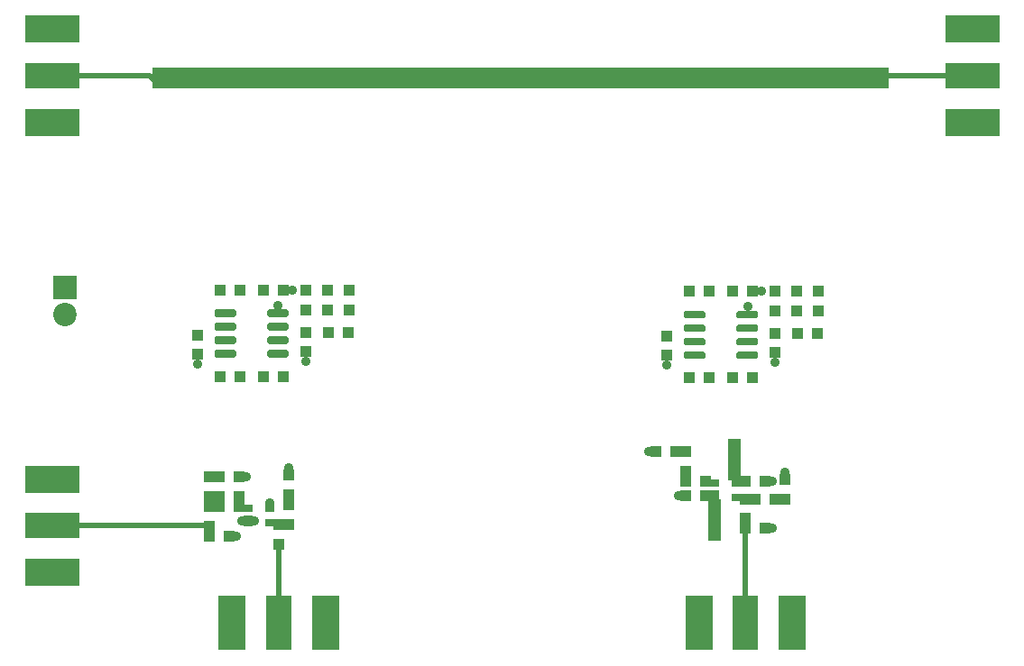
<source format=gbr>
%TF.GenerationSoftware,KiCad,Pcbnew,(5.1.6-0-10_14)*%
%TF.CreationDate,2021-11-23T23:31:25-06:00*%
%TF.ProjectId,EE514 Board (JLC),45453531-3420-4426-9f61-726420284a4c,rev?*%
%TF.SameCoordinates,Original*%
%TF.FileFunction,Soldermask,Top*%
%TF.FilePolarity,Negative*%
%FSLAX46Y46*%
G04 Gerber Fmt 4.6, Leading zero omitted, Abs format (unit mm)*
G04 Created by KiCad (PCBNEW (5.1.6-0-10_14)) date 2021-11-23 23:31:25*
%MOMM*%
%LPD*%
G01*
G04 APERTURE LIST*
%ADD10C,0.477800*%
%ADD11C,0.390170*%
%ADD12C,0.100000*%
%ADD13R,5.180000X2.520000*%
%ADD14R,5.180000X2.390000*%
%ADD15R,1.166800X3.910000*%
%ADD16R,1.050000X1.075000*%
%ADD17R,1.075000X1.050000*%
%ADD18R,0.900000X0.700000*%
%ADD19R,0.900000X1.000000*%
%ADD20R,2.390000X5.180000*%
%ADD21R,2.520000X5.180000*%
%ADD22C,2.200000*%
%ADD23R,2.200000X2.200000*%
%ADD24R,0.176200X0.176200*%
%ADD25C,0.900000*%
G04 APERTURE END LIST*
D10*
X118719600Y-79756000D02*
X119227600Y-80264000D01*
X119227600Y-80264000D02*
X119392700Y-80264000D01*
X109543000Y-79756000D02*
X118719600Y-79756000D01*
D11*
X119392700Y-80264000D02*
X119507000Y-80264000D01*
D10*
X187985400Y-79756000D02*
X187744100Y-79514700D01*
X187744100Y-79514700D02*
X187528200Y-79514700D01*
D11*
X187523120Y-79519780D02*
X187528200Y-79514700D01*
X187426600Y-79519780D02*
X187523120Y-79519780D01*
D10*
X195903000Y-79756000D02*
X187985400Y-79756000D01*
X174625000Y-131133000D02*
X174625000Y-122324500D01*
X174625000Y-122324500D02*
X174601500Y-122301000D01*
X130810000Y-131133000D02*
X130810000Y-123772300D01*
X130810000Y-123772300D02*
X130835400Y-123746900D01*
X109543000Y-122047000D02*
X124284100Y-122047000D01*
X124284100Y-122047000D02*
X124307600Y-122070500D01*
D12*
%TO.C,FL101*%
G36*
X187972700Y-80816450D02*
G01*
X118960900Y-80816450D01*
X118960900Y-78966060D01*
X187972700Y-78966060D01*
X187972700Y-80816450D01*
G37*
X187972700Y-80816450D02*
X118960900Y-80816450D01*
X118960900Y-78966060D01*
X187972700Y-78966060D01*
X187972700Y-80816450D01*
%TD*%
D13*
%TO.C,J102*%
X109543000Y-84136000D03*
X109543000Y-75376000D03*
D14*
X109543000Y-79756000D03*
%TD*%
D15*
%TO.C,C503*%
X173583600Y-115849400D03*
%TD*%
%TO.C,C502*%
X171704000Y-121539000D03*
%TD*%
D16*
%TO.C,C403*%
X167233600Y-104192700D03*
X167233600Y-106017700D03*
%TD*%
%TO.C,C203*%
X123190000Y-104116500D03*
X123190000Y-105941500D03*
%TD*%
%TO.C,U401*%
G36*
G01*
X175821000Y-105846800D02*
X175821000Y-106196800D01*
G75*
G02*
X175646000Y-106371800I-175000J0D01*
G01*
X173946000Y-106371800D01*
G75*
G02*
X173771000Y-106196800I0J175000D01*
G01*
X173771000Y-105846800D01*
G75*
G02*
X173946000Y-105671800I175000J0D01*
G01*
X175646000Y-105671800D01*
G75*
G02*
X175821000Y-105846800I0J-175000D01*
G01*
G37*
G36*
G01*
X175821000Y-104576800D02*
X175821000Y-104926800D01*
G75*
G02*
X175646000Y-105101800I-175000J0D01*
G01*
X173946000Y-105101800D01*
G75*
G02*
X173771000Y-104926800I0J175000D01*
G01*
X173771000Y-104576800D01*
G75*
G02*
X173946000Y-104401800I175000J0D01*
G01*
X175646000Y-104401800D01*
G75*
G02*
X175821000Y-104576800I0J-175000D01*
G01*
G37*
G36*
G01*
X175821000Y-103306800D02*
X175821000Y-103656800D01*
G75*
G02*
X175646000Y-103831800I-175000J0D01*
G01*
X173946000Y-103831800D01*
G75*
G02*
X173771000Y-103656800I0J175000D01*
G01*
X173771000Y-103306800D01*
G75*
G02*
X173946000Y-103131800I175000J0D01*
G01*
X175646000Y-103131800D01*
G75*
G02*
X175821000Y-103306800I0J-175000D01*
G01*
G37*
G36*
G01*
X175821000Y-102036800D02*
X175821000Y-102386800D01*
G75*
G02*
X175646000Y-102561800I-175000J0D01*
G01*
X173946000Y-102561800D01*
G75*
G02*
X173771000Y-102386800I0J175000D01*
G01*
X173771000Y-102036800D01*
G75*
G02*
X173946000Y-101861800I175000J0D01*
G01*
X175646000Y-101861800D01*
G75*
G02*
X175821000Y-102036800I0J-175000D01*
G01*
G37*
G36*
G01*
X170871000Y-102036800D02*
X170871000Y-102386800D01*
G75*
G02*
X170696000Y-102561800I-175000J0D01*
G01*
X168996000Y-102561800D01*
G75*
G02*
X168821000Y-102386800I0J175000D01*
G01*
X168821000Y-102036800D01*
G75*
G02*
X168996000Y-101861800I175000J0D01*
G01*
X170696000Y-101861800D01*
G75*
G02*
X170871000Y-102036800I0J-175000D01*
G01*
G37*
G36*
G01*
X170871000Y-103306800D02*
X170871000Y-103656800D01*
G75*
G02*
X170696000Y-103831800I-175000J0D01*
G01*
X168996000Y-103831800D01*
G75*
G02*
X168821000Y-103656800I0J175000D01*
G01*
X168821000Y-103306800D01*
G75*
G02*
X168996000Y-103131800I175000J0D01*
G01*
X170696000Y-103131800D01*
G75*
G02*
X170871000Y-103306800I0J-175000D01*
G01*
G37*
G36*
G01*
X170871000Y-104576800D02*
X170871000Y-104926800D01*
G75*
G02*
X170696000Y-105101800I-175000J0D01*
G01*
X168996000Y-105101800D01*
G75*
G02*
X168821000Y-104926800I0J175000D01*
G01*
X168821000Y-104576800D01*
G75*
G02*
X168996000Y-104401800I175000J0D01*
G01*
X170696000Y-104401800D01*
G75*
G02*
X170871000Y-104576800I0J-175000D01*
G01*
G37*
G36*
G01*
X170871000Y-105846800D02*
X170871000Y-106196800D01*
G75*
G02*
X170696000Y-106371800I-175000J0D01*
G01*
X168996000Y-106371800D01*
G75*
G02*
X168821000Y-106196800I0J175000D01*
G01*
X168821000Y-105846800D01*
G75*
G02*
X168996000Y-105671800I175000J0D01*
G01*
X170696000Y-105671800D01*
G75*
G02*
X170871000Y-105846800I0J-175000D01*
G01*
G37*
%TD*%
%TO.C,U201*%
G36*
G01*
X126827400Y-105701800D02*
X126827400Y-106051800D01*
G75*
G02*
X126652400Y-106226800I-175000J0D01*
G01*
X124952400Y-106226800D01*
G75*
G02*
X124777400Y-106051800I0J175000D01*
G01*
X124777400Y-105701800D01*
G75*
G02*
X124952400Y-105526800I175000J0D01*
G01*
X126652400Y-105526800D01*
G75*
G02*
X126827400Y-105701800I0J-175000D01*
G01*
G37*
G36*
G01*
X126827400Y-104431800D02*
X126827400Y-104781800D01*
G75*
G02*
X126652400Y-104956800I-175000J0D01*
G01*
X124952400Y-104956800D01*
G75*
G02*
X124777400Y-104781800I0J175000D01*
G01*
X124777400Y-104431800D01*
G75*
G02*
X124952400Y-104256800I175000J0D01*
G01*
X126652400Y-104256800D01*
G75*
G02*
X126827400Y-104431800I0J-175000D01*
G01*
G37*
G36*
G01*
X126827400Y-103161800D02*
X126827400Y-103511800D01*
G75*
G02*
X126652400Y-103686800I-175000J0D01*
G01*
X124952400Y-103686800D01*
G75*
G02*
X124777400Y-103511800I0J175000D01*
G01*
X124777400Y-103161800D01*
G75*
G02*
X124952400Y-102986800I175000J0D01*
G01*
X126652400Y-102986800D01*
G75*
G02*
X126827400Y-103161800I0J-175000D01*
G01*
G37*
G36*
G01*
X126827400Y-101891800D02*
X126827400Y-102241800D01*
G75*
G02*
X126652400Y-102416800I-175000J0D01*
G01*
X124952400Y-102416800D01*
G75*
G02*
X124777400Y-102241800I0J175000D01*
G01*
X124777400Y-101891800D01*
G75*
G02*
X124952400Y-101716800I175000J0D01*
G01*
X126652400Y-101716800D01*
G75*
G02*
X126827400Y-101891800I0J-175000D01*
G01*
G37*
G36*
G01*
X131777400Y-101891800D02*
X131777400Y-102241800D01*
G75*
G02*
X131602400Y-102416800I-175000J0D01*
G01*
X129902400Y-102416800D01*
G75*
G02*
X129727400Y-102241800I0J175000D01*
G01*
X129727400Y-101891800D01*
G75*
G02*
X129902400Y-101716800I175000J0D01*
G01*
X131602400Y-101716800D01*
G75*
G02*
X131777400Y-101891800I0J-175000D01*
G01*
G37*
G36*
G01*
X131777400Y-103161800D02*
X131777400Y-103511800D01*
G75*
G02*
X131602400Y-103686800I-175000J0D01*
G01*
X129902400Y-103686800D01*
G75*
G02*
X129727400Y-103511800I0J175000D01*
G01*
X129727400Y-103161800D01*
G75*
G02*
X129902400Y-102986800I175000J0D01*
G01*
X131602400Y-102986800D01*
G75*
G02*
X131777400Y-103161800I0J-175000D01*
G01*
G37*
G36*
G01*
X131777400Y-104431800D02*
X131777400Y-104781800D01*
G75*
G02*
X131602400Y-104956800I-175000J0D01*
G01*
X129902400Y-104956800D01*
G75*
G02*
X129727400Y-104781800I0J175000D01*
G01*
X129727400Y-104431800D01*
G75*
G02*
X129902400Y-104256800I175000J0D01*
G01*
X131602400Y-104256800D01*
G75*
G02*
X131777400Y-104431800I0J-175000D01*
G01*
G37*
G36*
G01*
X131777400Y-105701800D02*
X131777400Y-106051800D01*
G75*
G02*
X131602400Y-106226800I-175000J0D01*
G01*
X129902400Y-106226800D01*
G75*
G02*
X129727400Y-106051800I0J175000D01*
G01*
X129727400Y-105701800D01*
G75*
G02*
X129902400Y-105526800I175000J0D01*
G01*
X131602400Y-105526800D01*
G75*
G02*
X131777400Y-105701800I0J-175000D01*
G01*
G37*
%TD*%
%TO.C,R501*%
X169011600Y-115089300D03*
X169011600Y-116914300D03*
%TD*%
%TO.C,R407*%
X179425600Y-101826700D03*
X179425600Y-100001700D03*
%TD*%
%TO.C,R406*%
X181457600Y-101826700D03*
X181457600Y-100001700D03*
%TD*%
D17*
%TO.C,R405*%
X171194100Y-108153200D03*
X169369100Y-108153200D03*
%TD*%
D16*
%TO.C,R404*%
X177393600Y-101826700D03*
X177393600Y-100001700D03*
%TD*%
%TO.C,R403*%
X177393600Y-105763700D03*
X177393600Y-103938700D03*
%TD*%
D17*
%TO.C,R402*%
X175258100Y-100025200D03*
X173433100Y-100025200D03*
%TD*%
%TO.C,R401*%
X171194100Y-100025200D03*
X169369100Y-100025200D03*
%TD*%
%TO.C,R301*%
X127074300Y-119303800D03*
X125249300Y-119303800D03*
%TD*%
D16*
%TO.C,R207*%
X135382000Y-99925500D03*
X135382000Y-101750500D03*
%TD*%
%TO.C,R206*%
X137414000Y-99925500D03*
X137414000Y-101750500D03*
%TD*%
D17*
%TO.C,R205*%
X125325500Y-108077000D03*
X127150500Y-108077000D03*
%TD*%
D16*
%TO.C,R204*%
X133350000Y-99925500D03*
X133350000Y-101750500D03*
%TD*%
%TO.C,R203*%
X133350000Y-103862500D03*
X133350000Y-105687500D03*
%TD*%
D17*
%TO.C,R202*%
X129389500Y-99949000D03*
X131214500Y-99949000D03*
%TD*%
%TO.C,R201*%
X125325500Y-99949000D03*
X127150500Y-99949000D03*
%TD*%
D18*
%TO.C,Q501*%
X173730000Y-118044200D03*
X173730000Y-119344200D03*
X171710000Y-118044200D03*
D19*
X171710000Y-119194200D03*
%TD*%
%TO.C,Q301*%
X127951800Y-121577600D03*
D18*
X127951800Y-120427600D03*
X129971800Y-121727600D03*
X129971800Y-120427600D03*
%TD*%
D17*
%TO.C,L505*%
X176426500Y-122301000D03*
X174601500Y-122301000D03*
%TD*%
%TO.C,L504*%
X177366300Y-119532400D03*
X175541300Y-119532400D03*
%TD*%
%TO.C,L503*%
X176424600Y-117856000D03*
X174599600Y-117856000D03*
%TD*%
%TO.C,L502*%
X169013500Y-119227600D03*
X170838500Y-119227600D03*
%TD*%
%TO.C,L501*%
X170838500Y-117856000D03*
X169013500Y-117856000D03*
%TD*%
D16*
%TO.C,L303*%
X131775200Y-121918100D03*
X131775200Y-120093100D03*
%TD*%
%TO.C,L302*%
X124307600Y-119276500D03*
X124307600Y-117451500D03*
%TD*%
D17*
%TO.C,L301*%
X124309500Y-123012200D03*
X126134500Y-123012200D03*
%TD*%
D20*
%TO.C,J106*%
X174625000Y-131133000D03*
D21*
X170245000Y-131133000D03*
X179005000Y-131133000D03*
%TD*%
D20*
%TO.C,J105*%
X130810000Y-131133000D03*
D21*
X126430000Y-131133000D03*
X135190000Y-131133000D03*
%TD*%
D13*
%TO.C,J104*%
X195903000Y-75376000D03*
X195903000Y-84136000D03*
D14*
X195903000Y-79756000D03*
%TD*%
%TO.C,J103*%
X109543000Y-122047000D03*
D13*
X109543000Y-117667000D03*
X109543000Y-126427000D03*
%TD*%
D22*
%TO.C,J101*%
X110744000Y-102235000D03*
D23*
X110744000Y-99695000D03*
%TD*%
D24*
%TO.C,FL101*%
X187426600Y-79519780D03*
X119507000Y-80264000D03*
%TD*%
D16*
%TO.C,C505*%
X174599600Y-121359300D03*
X174599600Y-119534300D03*
%TD*%
%TO.C,C504*%
X178308000Y-117705500D03*
X178308000Y-119530500D03*
%TD*%
D17*
%TO.C,C501*%
X166244900Y-115062000D03*
X168069900Y-115062000D03*
%TD*%
%TO.C,C402*%
X179529100Y-103962200D03*
X181354100Y-103962200D03*
%TD*%
%TO.C,C401*%
X173433100Y-108153200D03*
X175258100Y-108153200D03*
%TD*%
D16*
%TO.C,C305*%
X131775200Y-119124100D03*
X131775200Y-117299100D03*
%TD*%
%TO.C,C304*%
X130835400Y-121921900D03*
X130835400Y-123746900D03*
%TD*%
D17*
%TO.C,C303*%
X125249300Y-120243600D03*
X127074300Y-120243600D03*
%TD*%
%TO.C,C302*%
X125249300Y-117449600D03*
X127074300Y-117449600D03*
%TD*%
D16*
%TO.C,C301*%
X124307600Y-122070500D03*
X124307600Y-120245500D03*
%TD*%
D17*
%TO.C,C202*%
X137310500Y-103886000D03*
X135485500Y-103886000D03*
%TD*%
%TO.C,C201*%
X131214500Y-108077000D03*
X129389500Y-108077000D03*
%TD*%
D25*
X127787400Y-117449600D03*
X129971800Y-119913400D03*
X128574800Y-121589800D03*
X127330200Y-121589800D03*
X126822200Y-123012200D03*
X131775200Y-116586000D03*
X165557200Y-115062000D03*
X168325800Y-119227600D03*
X177114200Y-122301000D03*
X177114200Y-117856000D03*
X178308000Y-117017800D03*
X167233600Y-106908600D03*
X174828200Y-101396800D03*
X176149000Y-100025200D03*
X177393600Y-106654600D03*
X123190000Y-106832400D03*
X130759200Y-101371400D03*
X132105400Y-99949000D03*
X133350000Y-106578400D03*
M02*

</source>
